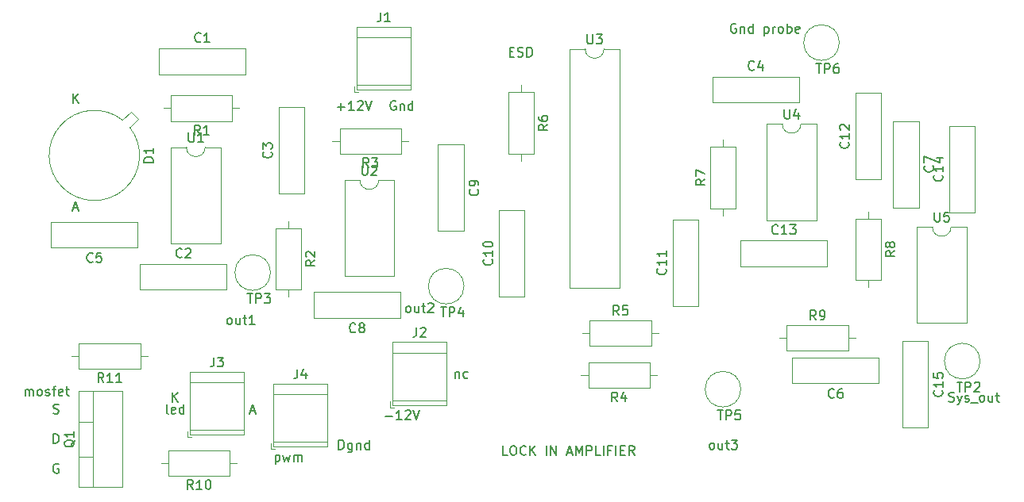
<source format=gto>
G04 #@! TF.GenerationSoftware,KiCad,Pcbnew,5.1.4-e60b266~84~ubuntu18.04.1*
G04 #@! TF.CreationDate,2019-10-24T10:42:12-04:00*
G04 #@! TF.ProjectId,finalForLayout,66696e61-6c46-46f7-924c-61796f75742e,rev?*
G04 #@! TF.SameCoordinates,Original*
G04 #@! TF.FileFunction,Legend,Top*
G04 #@! TF.FilePolarity,Positive*
%FSLAX46Y46*%
G04 Gerber Fmt 4.6, Leading zero omitted, Abs format (unit mm)*
G04 Created by KiCad (PCBNEW 5.1.4-e60b266~84~ubuntu18.04.1) date 2019-10-24 10:42:12*
%MOMM*%
%LPD*%
G04 APERTURE LIST*
%ADD10C,0.150000*%
%ADD11C,0.120000*%
G04 APERTURE END LIST*
D10*
X146764523Y-58983571D02*
X147097857Y-58983571D01*
X147240714Y-59507380D02*
X146764523Y-59507380D01*
X146764523Y-58507380D01*
X147240714Y-58507380D01*
X147621666Y-59459761D02*
X147764523Y-59507380D01*
X148002619Y-59507380D01*
X148097857Y-59459761D01*
X148145476Y-59412142D01*
X148193095Y-59316904D01*
X148193095Y-59221666D01*
X148145476Y-59126428D01*
X148097857Y-59078809D01*
X148002619Y-59031190D01*
X147812142Y-58983571D01*
X147716904Y-58935952D01*
X147669285Y-58888333D01*
X147621666Y-58793095D01*
X147621666Y-58697857D01*
X147669285Y-58602619D01*
X147716904Y-58555000D01*
X147812142Y-58507380D01*
X148050238Y-58507380D01*
X148193095Y-58555000D01*
X148621666Y-59507380D02*
X148621666Y-58507380D01*
X148859761Y-58507380D01*
X149002619Y-58555000D01*
X149097857Y-58650238D01*
X149145476Y-58745476D01*
X149193095Y-58935952D01*
X149193095Y-59078809D01*
X149145476Y-59269285D01*
X149097857Y-59364523D01*
X149002619Y-59459761D01*
X148859761Y-59507380D01*
X148621666Y-59507380D01*
X146535000Y-102052380D02*
X146058809Y-102052380D01*
X146058809Y-101052380D01*
X147058809Y-101052380D02*
X147249285Y-101052380D01*
X147344523Y-101100000D01*
X147439761Y-101195238D01*
X147487380Y-101385714D01*
X147487380Y-101719047D01*
X147439761Y-101909523D01*
X147344523Y-102004761D01*
X147249285Y-102052380D01*
X147058809Y-102052380D01*
X146963571Y-102004761D01*
X146868333Y-101909523D01*
X146820714Y-101719047D01*
X146820714Y-101385714D01*
X146868333Y-101195238D01*
X146963571Y-101100000D01*
X147058809Y-101052380D01*
X148487380Y-101957142D02*
X148439761Y-102004761D01*
X148296904Y-102052380D01*
X148201666Y-102052380D01*
X148058809Y-102004761D01*
X147963571Y-101909523D01*
X147915952Y-101814285D01*
X147868333Y-101623809D01*
X147868333Y-101480952D01*
X147915952Y-101290476D01*
X147963571Y-101195238D01*
X148058809Y-101100000D01*
X148201666Y-101052380D01*
X148296904Y-101052380D01*
X148439761Y-101100000D01*
X148487380Y-101147619D01*
X148915952Y-102052380D02*
X148915952Y-101052380D01*
X149487380Y-102052380D02*
X149058809Y-101480952D01*
X149487380Y-101052380D02*
X148915952Y-101623809D01*
X150677857Y-102052380D02*
X150677857Y-101052380D01*
X151154047Y-102052380D02*
X151154047Y-101052380D01*
X151725476Y-102052380D01*
X151725476Y-101052380D01*
X152915952Y-101766666D02*
X153392142Y-101766666D01*
X152820714Y-102052380D02*
X153154047Y-101052380D01*
X153487380Y-102052380D01*
X153820714Y-102052380D02*
X153820714Y-101052380D01*
X154154047Y-101766666D01*
X154487380Y-101052380D01*
X154487380Y-102052380D01*
X154963571Y-102052380D02*
X154963571Y-101052380D01*
X155344523Y-101052380D01*
X155439761Y-101100000D01*
X155487380Y-101147619D01*
X155535000Y-101242857D01*
X155535000Y-101385714D01*
X155487380Y-101480952D01*
X155439761Y-101528571D01*
X155344523Y-101576190D01*
X154963571Y-101576190D01*
X156439761Y-102052380D02*
X155963571Y-102052380D01*
X155963571Y-101052380D01*
X156773095Y-102052380D02*
X156773095Y-101052380D01*
X157582619Y-101528571D02*
X157249285Y-101528571D01*
X157249285Y-102052380D02*
X157249285Y-101052380D01*
X157725476Y-101052380D01*
X158106428Y-102052380D02*
X158106428Y-101052380D01*
X158582619Y-101528571D02*
X158915952Y-101528571D01*
X159058809Y-102052380D02*
X158582619Y-102052380D01*
X158582619Y-101052380D01*
X159058809Y-101052380D01*
X160058809Y-102052380D02*
X159725476Y-101576190D01*
X159487380Y-102052380D02*
X159487380Y-101052380D01*
X159868333Y-101052380D01*
X159963571Y-101100000D01*
X160011190Y-101147619D01*
X160058809Y-101242857D01*
X160058809Y-101385714D01*
X160011190Y-101480952D01*
X159963571Y-101528571D01*
X159868333Y-101576190D01*
X159487380Y-101576190D01*
X193572142Y-96289761D02*
X193715000Y-96337380D01*
X193953095Y-96337380D01*
X194048333Y-96289761D01*
X194095952Y-96242142D01*
X194143571Y-96146904D01*
X194143571Y-96051666D01*
X194095952Y-95956428D01*
X194048333Y-95908809D01*
X193953095Y-95861190D01*
X193762619Y-95813571D01*
X193667380Y-95765952D01*
X193619761Y-95718333D01*
X193572142Y-95623095D01*
X193572142Y-95527857D01*
X193619761Y-95432619D01*
X193667380Y-95385000D01*
X193762619Y-95337380D01*
X194000714Y-95337380D01*
X194143571Y-95385000D01*
X194476904Y-95670714D02*
X194715000Y-96337380D01*
X194953095Y-95670714D02*
X194715000Y-96337380D01*
X194619761Y-96575476D01*
X194572142Y-96623095D01*
X194476904Y-96670714D01*
X195286428Y-96289761D02*
X195381666Y-96337380D01*
X195572142Y-96337380D01*
X195667380Y-96289761D01*
X195715000Y-96194523D01*
X195715000Y-96146904D01*
X195667380Y-96051666D01*
X195572142Y-96004047D01*
X195429285Y-96004047D01*
X195334047Y-95956428D01*
X195286428Y-95861190D01*
X195286428Y-95813571D01*
X195334047Y-95718333D01*
X195429285Y-95670714D01*
X195572142Y-95670714D01*
X195667380Y-95718333D01*
X195905476Y-96432619D02*
X196667380Y-96432619D01*
X197048333Y-96337380D02*
X196953095Y-96289761D01*
X196905476Y-96242142D01*
X196857857Y-96146904D01*
X196857857Y-95861190D01*
X196905476Y-95765952D01*
X196953095Y-95718333D01*
X197048333Y-95670714D01*
X197191190Y-95670714D01*
X197286428Y-95718333D01*
X197334047Y-95765952D01*
X197381666Y-95861190D01*
X197381666Y-96146904D01*
X197334047Y-96242142D01*
X197286428Y-96289761D01*
X197191190Y-96337380D01*
X197048333Y-96337380D01*
X198238809Y-95670714D02*
X198238809Y-96337380D01*
X197810238Y-95670714D02*
X197810238Y-96194523D01*
X197857857Y-96289761D01*
X197953095Y-96337380D01*
X198095952Y-96337380D01*
X198191190Y-96289761D01*
X198238809Y-96242142D01*
X198572142Y-95670714D02*
X198953095Y-95670714D01*
X198715000Y-95337380D02*
X198715000Y-96194523D01*
X198762619Y-96289761D01*
X198857857Y-96337380D01*
X198953095Y-96337380D01*
X168259285Y-101417380D02*
X168164047Y-101369761D01*
X168116428Y-101322142D01*
X168068809Y-101226904D01*
X168068809Y-100941190D01*
X168116428Y-100845952D01*
X168164047Y-100798333D01*
X168259285Y-100750714D01*
X168402142Y-100750714D01*
X168497380Y-100798333D01*
X168545000Y-100845952D01*
X168592619Y-100941190D01*
X168592619Y-101226904D01*
X168545000Y-101322142D01*
X168497380Y-101369761D01*
X168402142Y-101417380D01*
X168259285Y-101417380D01*
X169449761Y-100750714D02*
X169449761Y-101417380D01*
X169021190Y-100750714D02*
X169021190Y-101274523D01*
X169068809Y-101369761D01*
X169164047Y-101417380D01*
X169306904Y-101417380D01*
X169402142Y-101369761D01*
X169449761Y-101322142D01*
X169783095Y-100750714D02*
X170164047Y-100750714D01*
X169925952Y-100417380D02*
X169925952Y-101274523D01*
X169973571Y-101369761D01*
X170068809Y-101417380D01*
X170164047Y-101417380D01*
X170402142Y-100417380D02*
X171021190Y-100417380D01*
X170687857Y-100798333D01*
X170830714Y-100798333D01*
X170925952Y-100845952D01*
X170973571Y-100893571D01*
X171021190Y-100988809D01*
X171021190Y-101226904D01*
X170973571Y-101322142D01*
X170925952Y-101369761D01*
X170830714Y-101417380D01*
X170545000Y-101417380D01*
X170449761Y-101369761D01*
X170402142Y-101322142D01*
X135874285Y-86812380D02*
X135779047Y-86764761D01*
X135731428Y-86717142D01*
X135683809Y-86621904D01*
X135683809Y-86336190D01*
X135731428Y-86240952D01*
X135779047Y-86193333D01*
X135874285Y-86145714D01*
X136017142Y-86145714D01*
X136112380Y-86193333D01*
X136160000Y-86240952D01*
X136207619Y-86336190D01*
X136207619Y-86621904D01*
X136160000Y-86717142D01*
X136112380Y-86764761D01*
X136017142Y-86812380D01*
X135874285Y-86812380D01*
X137064761Y-86145714D02*
X137064761Y-86812380D01*
X136636190Y-86145714D02*
X136636190Y-86669523D01*
X136683809Y-86764761D01*
X136779047Y-86812380D01*
X136921904Y-86812380D01*
X137017142Y-86764761D01*
X137064761Y-86717142D01*
X137398095Y-86145714D02*
X137779047Y-86145714D01*
X137540952Y-85812380D02*
X137540952Y-86669523D01*
X137588571Y-86764761D01*
X137683809Y-86812380D01*
X137779047Y-86812380D01*
X138064761Y-85907619D02*
X138112380Y-85860000D01*
X138207619Y-85812380D01*
X138445714Y-85812380D01*
X138540952Y-85860000D01*
X138588571Y-85907619D01*
X138636190Y-86002857D01*
X138636190Y-86098095D01*
X138588571Y-86240952D01*
X138017142Y-86812380D01*
X138636190Y-86812380D01*
X116824285Y-88082380D02*
X116729047Y-88034761D01*
X116681428Y-87987142D01*
X116633809Y-87891904D01*
X116633809Y-87606190D01*
X116681428Y-87510952D01*
X116729047Y-87463333D01*
X116824285Y-87415714D01*
X116967142Y-87415714D01*
X117062380Y-87463333D01*
X117110000Y-87510952D01*
X117157619Y-87606190D01*
X117157619Y-87891904D01*
X117110000Y-87987142D01*
X117062380Y-88034761D01*
X116967142Y-88082380D01*
X116824285Y-88082380D01*
X118014761Y-87415714D02*
X118014761Y-88082380D01*
X117586190Y-87415714D02*
X117586190Y-87939523D01*
X117633809Y-88034761D01*
X117729047Y-88082380D01*
X117871904Y-88082380D01*
X117967142Y-88034761D01*
X118014761Y-87987142D01*
X118348095Y-87415714D02*
X118729047Y-87415714D01*
X118490952Y-87082380D02*
X118490952Y-87939523D01*
X118538571Y-88034761D01*
X118633809Y-88082380D01*
X118729047Y-88082380D01*
X119586190Y-88082380D02*
X119014761Y-88082380D01*
X119300476Y-88082380D02*
X119300476Y-87082380D01*
X119205238Y-87225238D01*
X119110000Y-87320476D01*
X119014761Y-87368095D01*
X133493095Y-97861428D02*
X134255000Y-97861428D01*
X135255000Y-98242380D02*
X134683571Y-98242380D01*
X134969285Y-98242380D02*
X134969285Y-97242380D01*
X134874047Y-97385238D01*
X134778809Y-97480476D01*
X134683571Y-97528095D01*
X135635952Y-97337619D02*
X135683571Y-97290000D01*
X135778809Y-97242380D01*
X136016904Y-97242380D01*
X136112142Y-97290000D01*
X136159761Y-97337619D01*
X136207380Y-97432857D01*
X136207380Y-97528095D01*
X136159761Y-97670952D01*
X135588333Y-98242380D01*
X136207380Y-98242380D01*
X136493095Y-97242380D02*
X136826428Y-98242380D01*
X137159761Y-97242380D01*
X140962142Y-93130714D02*
X140962142Y-93797380D01*
X140962142Y-93225952D02*
X141009761Y-93178333D01*
X141105000Y-93130714D01*
X141247857Y-93130714D01*
X141343095Y-93178333D01*
X141390714Y-93273571D01*
X141390714Y-93797380D01*
X142295476Y-93749761D02*
X142200238Y-93797380D01*
X142009761Y-93797380D01*
X141914523Y-93749761D01*
X141866904Y-93702142D01*
X141819285Y-93606904D01*
X141819285Y-93321190D01*
X141866904Y-93225952D01*
X141914523Y-93178333D01*
X142009761Y-93130714D01*
X142200238Y-93130714D01*
X142295476Y-93178333D01*
X98139285Y-97559761D02*
X98282142Y-97607380D01*
X98520238Y-97607380D01*
X98615476Y-97559761D01*
X98663095Y-97512142D01*
X98710714Y-97416904D01*
X98710714Y-97321666D01*
X98663095Y-97226428D01*
X98615476Y-97178809D01*
X98520238Y-97131190D01*
X98329761Y-97083571D01*
X98234523Y-97035952D01*
X98186904Y-96988333D01*
X98139285Y-96893095D01*
X98139285Y-96797857D01*
X98186904Y-96702619D01*
X98234523Y-96655000D01*
X98329761Y-96607380D01*
X98567857Y-96607380D01*
X98710714Y-96655000D01*
X98163095Y-100782380D02*
X98163095Y-99782380D01*
X98401190Y-99782380D01*
X98544047Y-99830000D01*
X98639285Y-99925238D01*
X98686904Y-100020476D01*
X98734523Y-100210952D01*
X98734523Y-100353809D01*
X98686904Y-100544285D01*
X98639285Y-100639523D01*
X98544047Y-100734761D01*
X98401190Y-100782380D01*
X98163095Y-100782380D01*
X98686904Y-103005000D02*
X98591666Y-102957380D01*
X98448809Y-102957380D01*
X98305952Y-103005000D01*
X98210714Y-103100238D01*
X98163095Y-103195476D01*
X98115476Y-103385952D01*
X98115476Y-103528809D01*
X98163095Y-103719285D01*
X98210714Y-103814523D01*
X98305952Y-103909761D01*
X98448809Y-103957380D01*
X98544047Y-103957380D01*
X98686904Y-103909761D01*
X98734523Y-103862142D01*
X98734523Y-103528809D01*
X98544047Y-103528809D01*
X95123333Y-95702380D02*
X95123333Y-95035714D01*
X95123333Y-95130952D02*
X95170952Y-95083333D01*
X95266190Y-95035714D01*
X95409047Y-95035714D01*
X95504285Y-95083333D01*
X95551904Y-95178571D01*
X95551904Y-95702380D01*
X95551904Y-95178571D02*
X95599523Y-95083333D01*
X95694761Y-95035714D01*
X95837619Y-95035714D01*
X95932857Y-95083333D01*
X95980476Y-95178571D01*
X95980476Y-95702380D01*
X96599523Y-95702380D02*
X96504285Y-95654761D01*
X96456666Y-95607142D01*
X96409047Y-95511904D01*
X96409047Y-95226190D01*
X96456666Y-95130952D01*
X96504285Y-95083333D01*
X96599523Y-95035714D01*
X96742380Y-95035714D01*
X96837619Y-95083333D01*
X96885238Y-95130952D01*
X96932857Y-95226190D01*
X96932857Y-95511904D01*
X96885238Y-95607142D01*
X96837619Y-95654761D01*
X96742380Y-95702380D01*
X96599523Y-95702380D01*
X97313809Y-95654761D02*
X97409047Y-95702380D01*
X97599523Y-95702380D01*
X97694761Y-95654761D01*
X97742380Y-95559523D01*
X97742380Y-95511904D01*
X97694761Y-95416666D01*
X97599523Y-95369047D01*
X97456666Y-95369047D01*
X97361428Y-95321428D01*
X97313809Y-95226190D01*
X97313809Y-95178571D01*
X97361428Y-95083333D01*
X97456666Y-95035714D01*
X97599523Y-95035714D01*
X97694761Y-95083333D01*
X98028095Y-95035714D02*
X98409047Y-95035714D01*
X98170952Y-95702380D02*
X98170952Y-94845238D01*
X98218571Y-94750000D01*
X98313809Y-94702380D01*
X98409047Y-94702380D01*
X99123333Y-95654761D02*
X99028095Y-95702380D01*
X98837619Y-95702380D01*
X98742380Y-95654761D01*
X98694761Y-95559523D01*
X98694761Y-95178571D01*
X98742380Y-95083333D01*
X98837619Y-95035714D01*
X99028095Y-95035714D01*
X99123333Y-95083333D01*
X99170952Y-95178571D01*
X99170952Y-95273809D01*
X98694761Y-95369047D01*
X99456666Y-95035714D02*
X99837619Y-95035714D01*
X99599523Y-94702380D02*
X99599523Y-95559523D01*
X99647142Y-95654761D01*
X99742380Y-95702380D01*
X99837619Y-95702380D01*
X128555952Y-101417380D02*
X128555952Y-100417380D01*
X128794047Y-100417380D01*
X128936904Y-100465000D01*
X129032142Y-100560238D01*
X129079761Y-100655476D01*
X129127380Y-100845952D01*
X129127380Y-100988809D01*
X129079761Y-101179285D01*
X129032142Y-101274523D01*
X128936904Y-101369761D01*
X128794047Y-101417380D01*
X128555952Y-101417380D01*
X129984523Y-100750714D02*
X129984523Y-101560238D01*
X129936904Y-101655476D01*
X129889285Y-101703095D01*
X129794047Y-101750714D01*
X129651190Y-101750714D01*
X129555952Y-101703095D01*
X129984523Y-101369761D02*
X129889285Y-101417380D01*
X129698809Y-101417380D01*
X129603571Y-101369761D01*
X129555952Y-101322142D01*
X129508333Y-101226904D01*
X129508333Y-100941190D01*
X129555952Y-100845952D01*
X129603571Y-100798333D01*
X129698809Y-100750714D01*
X129889285Y-100750714D01*
X129984523Y-100798333D01*
X130460714Y-100750714D02*
X130460714Y-101417380D01*
X130460714Y-100845952D02*
X130508333Y-100798333D01*
X130603571Y-100750714D01*
X130746428Y-100750714D01*
X130841666Y-100798333D01*
X130889285Y-100893571D01*
X130889285Y-101417380D01*
X131794047Y-101417380D02*
X131794047Y-100417380D01*
X131794047Y-101369761D02*
X131698809Y-101417380D01*
X131508333Y-101417380D01*
X131413095Y-101369761D01*
X131365476Y-101322142D01*
X131317857Y-101226904D01*
X131317857Y-100941190D01*
X131365476Y-100845952D01*
X131413095Y-100798333D01*
X131508333Y-100750714D01*
X131698809Y-100750714D01*
X131794047Y-100798333D01*
X121785238Y-102020714D02*
X121785238Y-103020714D01*
X121785238Y-102068333D02*
X121880476Y-102020714D01*
X122070952Y-102020714D01*
X122166190Y-102068333D01*
X122213809Y-102115952D01*
X122261428Y-102211190D01*
X122261428Y-102496904D01*
X122213809Y-102592142D01*
X122166190Y-102639761D01*
X122070952Y-102687380D01*
X121880476Y-102687380D01*
X121785238Y-102639761D01*
X122594761Y-102020714D02*
X122785238Y-102687380D01*
X122975714Y-102211190D01*
X123166190Y-102687380D01*
X123356666Y-102020714D01*
X123737619Y-102687380D02*
X123737619Y-102020714D01*
X123737619Y-102115952D02*
X123785238Y-102068333D01*
X123880476Y-102020714D01*
X124023333Y-102020714D01*
X124118571Y-102068333D01*
X124166190Y-102163571D01*
X124166190Y-102687380D01*
X124166190Y-102163571D02*
X124213809Y-102068333D01*
X124309047Y-102020714D01*
X124451904Y-102020714D01*
X124547142Y-102068333D01*
X124594761Y-102163571D01*
X124594761Y-102687380D01*
X110863095Y-96337380D02*
X110863095Y-95337380D01*
X111434523Y-96337380D02*
X111005952Y-95765952D01*
X111434523Y-95337380D02*
X110863095Y-95908809D01*
X119141904Y-97321666D02*
X119618095Y-97321666D01*
X119046666Y-97607380D02*
X119380000Y-96607380D01*
X119713333Y-97607380D01*
X110363095Y-97607380D02*
X110267857Y-97559761D01*
X110220238Y-97464523D01*
X110220238Y-96607380D01*
X111125000Y-97559761D02*
X111029761Y-97607380D01*
X110839285Y-97607380D01*
X110744047Y-97559761D01*
X110696428Y-97464523D01*
X110696428Y-97083571D01*
X110744047Y-96988333D01*
X110839285Y-96940714D01*
X111029761Y-96940714D01*
X111125000Y-96988333D01*
X111172619Y-97083571D01*
X111172619Y-97178809D01*
X110696428Y-97274047D01*
X112029761Y-97607380D02*
X112029761Y-96607380D01*
X112029761Y-97559761D02*
X111934523Y-97607380D01*
X111744047Y-97607380D01*
X111648809Y-97559761D01*
X111601190Y-97512142D01*
X111553571Y-97416904D01*
X111553571Y-97131190D01*
X111601190Y-97035952D01*
X111648809Y-96988333D01*
X111744047Y-96940714D01*
X111934523Y-96940714D01*
X112029761Y-96988333D01*
X134612142Y-64270000D02*
X134516904Y-64222380D01*
X134374047Y-64222380D01*
X134231190Y-64270000D01*
X134135952Y-64365238D01*
X134088333Y-64460476D01*
X134040714Y-64650952D01*
X134040714Y-64793809D01*
X134088333Y-64984285D01*
X134135952Y-65079523D01*
X134231190Y-65174761D01*
X134374047Y-65222380D01*
X134469285Y-65222380D01*
X134612142Y-65174761D01*
X134659761Y-65127142D01*
X134659761Y-64793809D01*
X134469285Y-64793809D01*
X135088333Y-64555714D02*
X135088333Y-65222380D01*
X135088333Y-64650952D02*
X135135952Y-64603333D01*
X135231190Y-64555714D01*
X135374047Y-64555714D01*
X135469285Y-64603333D01*
X135516904Y-64698571D01*
X135516904Y-65222380D01*
X136421666Y-65222380D02*
X136421666Y-64222380D01*
X136421666Y-65174761D02*
X136326428Y-65222380D01*
X136135952Y-65222380D01*
X136040714Y-65174761D01*
X135993095Y-65127142D01*
X135945476Y-65031904D01*
X135945476Y-64746190D01*
X135993095Y-64650952D01*
X136040714Y-64603333D01*
X136135952Y-64555714D01*
X136326428Y-64555714D01*
X136421666Y-64603333D01*
X128413095Y-64841428D02*
X129175000Y-64841428D01*
X128794047Y-65222380D02*
X128794047Y-64460476D01*
X130175000Y-65222380D02*
X129603571Y-65222380D01*
X129889285Y-65222380D02*
X129889285Y-64222380D01*
X129794047Y-64365238D01*
X129698809Y-64460476D01*
X129603571Y-64508095D01*
X130555952Y-64317619D02*
X130603571Y-64270000D01*
X130698809Y-64222380D01*
X130936904Y-64222380D01*
X131032142Y-64270000D01*
X131079761Y-64317619D01*
X131127380Y-64412857D01*
X131127380Y-64508095D01*
X131079761Y-64650952D01*
X130508333Y-65222380D01*
X131127380Y-65222380D01*
X131413095Y-64222380D02*
X131746428Y-65222380D01*
X132079761Y-64222380D01*
X170870952Y-56015000D02*
X170775714Y-55967380D01*
X170632857Y-55967380D01*
X170490000Y-56015000D01*
X170394761Y-56110238D01*
X170347142Y-56205476D01*
X170299523Y-56395952D01*
X170299523Y-56538809D01*
X170347142Y-56729285D01*
X170394761Y-56824523D01*
X170490000Y-56919761D01*
X170632857Y-56967380D01*
X170728095Y-56967380D01*
X170870952Y-56919761D01*
X170918571Y-56872142D01*
X170918571Y-56538809D01*
X170728095Y-56538809D01*
X171347142Y-56300714D02*
X171347142Y-56967380D01*
X171347142Y-56395952D02*
X171394761Y-56348333D01*
X171490000Y-56300714D01*
X171632857Y-56300714D01*
X171728095Y-56348333D01*
X171775714Y-56443571D01*
X171775714Y-56967380D01*
X172680476Y-56967380D02*
X172680476Y-55967380D01*
X172680476Y-56919761D02*
X172585238Y-56967380D01*
X172394761Y-56967380D01*
X172299523Y-56919761D01*
X172251904Y-56872142D01*
X172204285Y-56776904D01*
X172204285Y-56491190D01*
X172251904Y-56395952D01*
X172299523Y-56348333D01*
X172394761Y-56300714D01*
X172585238Y-56300714D01*
X172680476Y-56348333D01*
X173918571Y-56300714D02*
X173918571Y-57300714D01*
X173918571Y-56348333D02*
X174013809Y-56300714D01*
X174204285Y-56300714D01*
X174299523Y-56348333D01*
X174347142Y-56395952D01*
X174394761Y-56491190D01*
X174394761Y-56776904D01*
X174347142Y-56872142D01*
X174299523Y-56919761D01*
X174204285Y-56967380D01*
X174013809Y-56967380D01*
X173918571Y-56919761D01*
X174823333Y-56967380D02*
X174823333Y-56300714D01*
X174823333Y-56491190D02*
X174870952Y-56395952D01*
X174918571Y-56348333D01*
X175013809Y-56300714D01*
X175109047Y-56300714D01*
X175585238Y-56967380D02*
X175490000Y-56919761D01*
X175442380Y-56872142D01*
X175394761Y-56776904D01*
X175394761Y-56491190D01*
X175442380Y-56395952D01*
X175490000Y-56348333D01*
X175585238Y-56300714D01*
X175728095Y-56300714D01*
X175823333Y-56348333D01*
X175870952Y-56395952D01*
X175918571Y-56491190D01*
X175918571Y-56776904D01*
X175870952Y-56872142D01*
X175823333Y-56919761D01*
X175728095Y-56967380D01*
X175585238Y-56967380D01*
X176347142Y-56967380D02*
X176347142Y-55967380D01*
X176347142Y-56348333D02*
X176442380Y-56300714D01*
X176632857Y-56300714D01*
X176728095Y-56348333D01*
X176775714Y-56395952D01*
X176823333Y-56491190D01*
X176823333Y-56776904D01*
X176775714Y-56872142D01*
X176728095Y-56919761D01*
X176632857Y-56967380D01*
X176442380Y-56967380D01*
X176347142Y-56919761D01*
X177632857Y-56919761D02*
X177537619Y-56967380D01*
X177347142Y-56967380D01*
X177251904Y-56919761D01*
X177204285Y-56824523D01*
X177204285Y-56443571D01*
X177251904Y-56348333D01*
X177347142Y-56300714D01*
X177537619Y-56300714D01*
X177632857Y-56348333D01*
X177680476Y-56443571D01*
X177680476Y-56538809D01*
X177204285Y-56634047D01*
X100238095Y-64452380D02*
X100238095Y-63452380D01*
X100809523Y-64452380D02*
X100380952Y-63880952D01*
X100809523Y-63452380D02*
X100238095Y-64023809D01*
X100261904Y-75666666D02*
X100738095Y-75666666D01*
X100166666Y-75952380D02*
X100500000Y-74952380D01*
X100833333Y-75952380D01*
D11*
X132810000Y-72670000D02*
G75*
G02X130810000Y-72670000I-1000000J0D01*
G01*
X130810000Y-72670000D02*
X129160000Y-72670000D01*
X129160000Y-72670000D02*
X129160000Y-82950000D01*
X129160000Y-82950000D02*
X134460000Y-82950000D01*
X134460000Y-82950000D02*
X134460000Y-72670000D01*
X134460000Y-72670000D02*
X132810000Y-72670000D01*
X124560000Y-77810000D02*
X121820000Y-77810000D01*
X121820000Y-77810000D02*
X121820000Y-84350000D01*
X121820000Y-84350000D02*
X124560000Y-84350000D01*
X124560000Y-84350000D02*
X124560000Y-77810000D01*
X123190000Y-77040000D02*
X123190000Y-77810000D01*
X123190000Y-85120000D02*
X123190000Y-84350000D01*
X135190000Y-69870000D02*
X135190000Y-67130000D01*
X135190000Y-67130000D02*
X128650000Y-67130000D01*
X128650000Y-67130000D02*
X128650000Y-69870000D01*
X128650000Y-69870000D02*
X135190000Y-69870000D01*
X135960000Y-68500000D02*
X135190000Y-68500000D01*
X127880000Y-68500000D02*
X128650000Y-68500000D01*
X161690000Y-94870000D02*
X161690000Y-92130000D01*
X161690000Y-92130000D02*
X155150000Y-92130000D01*
X155150000Y-92130000D02*
X155150000Y-94870000D01*
X155150000Y-94870000D02*
X161690000Y-94870000D01*
X162460000Y-93500000D02*
X161690000Y-93500000D01*
X154380000Y-93500000D02*
X155150000Y-93500000D01*
X162620000Y-89000000D02*
X161850000Y-89000000D01*
X154540000Y-89000000D02*
X155310000Y-89000000D01*
X161850000Y-87630000D02*
X155310000Y-87630000D01*
X161850000Y-90370000D02*
X161850000Y-87630000D01*
X155310000Y-90370000D02*
X161850000Y-90370000D01*
X155310000Y-87630000D02*
X155310000Y-90370000D01*
X148000000Y-70620000D02*
X148000000Y-69850000D01*
X148000000Y-62540000D02*
X148000000Y-63310000D01*
X149370000Y-69850000D02*
X149370000Y-63310000D01*
X146630000Y-69850000D02*
X149370000Y-69850000D01*
X146630000Y-63310000D02*
X146630000Y-69850000D01*
X149370000Y-63310000D02*
X146630000Y-63310000D01*
X168130000Y-75690000D02*
X170870000Y-75690000D01*
X170870000Y-75690000D02*
X170870000Y-69150000D01*
X170870000Y-69150000D02*
X168130000Y-69150000D01*
X168130000Y-69150000D02*
X168130000Y-75690000D01*
X169500000Y-76460000D02*
X169500000Y-75690000D01*
X169500000Y-68380000D02*
X169500000Y-69150000D01*
X185000000Y-84120000D02*
X185000000Y-83350000D01*
X185000000Y-76040000D02*
X185000000Y-76810000D01*
X186370000Y-83350000D02*
X186370000Y-76810000D01*
X183630000Y-83350000D02*
X186370000Y-83350000D01*
X183630000Y-76810000D02*
X183630000Y-83350000D01*
X186370000Y-76810000D02*
X183630000Y-76810000D01*
X176310000Y-88130000D02*
X176310000Y-90870000D01*
X176310000Y-90870000D02*
X182850000Y-90870000D01*
X182850000Y-90870000D02*
X182850000Y-88130000D01*
X182850000Y-88130000D02*
X176310000Y-88130000D01*
X175540000Y-89500000D02*
X176310000Y-89500000D01*
X183620000Y-89500000D02*
X182850000Y-89500000D01*
X196900000Y-92000000D02*
G75*
G03X196900000Y-92000000I-1900000J0D01*
G01*
X141900000Y-84000000D02*
G75*
G03X141900000Y-84000000I-1900000J0D01*
G01*
X171400000Y-95000000D02*
G75*
G03X171400000Y-95000000I-1900000J0D01*
G01*
X156810000Y-58670000D02*
G75*
G02X154810000Y-58670000I-1000000J0D01*
G01*
X154810000Y-58670000D02*
X153160000Y-58670000D01*
X153160000Y-58670000D02*
X153160000Y-84190000D01*
X153160000Y-84190000D02*
X158460000Y-84190000D01*
X158460000Y-84190000D02*
X158460000Y-58670000D01*
X158460000Y-58670000D02*
X156810000Y-58670000D01*
X179460000Y-66670000D02*
X177810000Y-66670000D01*
X179460000Y-76950000D02*
X179460000Y-66670000D01*
X174160000Y-76950000D02*
X179460000Y-76950000D01*
X174160000Y-66670000D02*
X174160000Y-76950000D01*
X175810000Y-66670000D02*
X174160000Y-66670000D01*
X177810000Y-66670000D02*
G75*
G02X175810000Y-66670000I-1000000J0D01*
G01*
X195460000Y-77670000D02*
X193810000Y-77670000D01*
X195460000Y-87950000D02*
X195460000Y-77670000D01*
X190160000Y-87950000D02*
X195460000Y-87950000D01*
X190160000Y-77670000D02*
X190160000Y-87950000D01*
X191810000Y-77670000D02*
X190160000Y-77670000D01*
X193810000Y-77670000D02*
G75*
G02X191810000Y-77670000I-1000000J0D01*
G01*
X181900000Y-58000000D02*
G75*
G03X181900000Y-58000000I-1900000J0D01*
G01*
X116620000Y-81630000D02*
X116620000Y-84370000D01*
X107380000Y-81630000D02*
X107380000Y-84370000D01*
X107380000Y-84370000D02*
X116620000Y-84370000D01*
X107380000Y-81630000D02*
X116620000Y-81630000D01*
X177620000Y-61630000D02*
X177620000Y-64370000D01*
X168380000Y-61630000D02*
X168380000Y-64370000D01*
X168380000Y-64370000D02*
X177620000Y-64370000D01*
X168380000Y-61630000D02*
X177620000Y-61630000D01*
X176880000Y-94370000D02*
X176880000Y-91630000D01*
X186120000Y-94370000D02*
X186120000Y-91630000D01*
X186120000Y-91630000D02*
X176880000Y-91630000D01*
X186120000Y-94370000D02*
X176880000Y-94370000D01*
X190370000Y-66380000D02*
X190370000Y-75620000D01*
X187630000Y-66380000D02*
X187630000Y-75620000D01*
X190370000Y-66380000D02*
X187630000Y-66380000D01*
X190370000Y-75620000D02*
X187630000Y-75620000D01*
X135120000Y-87370000D02*
X125880000Y-87370000D01*
X135120000Y-84630000D02*
X125880000Y-84630000D01*
X135120000Y-87370000D02*
X135120000Y-84630000D01*
X125880000Y-87370000D02*
X125880000Y-84630000D01*
X141870000Y-78120000D02*
X139130000Y-78120000D01*
X141870000Y-68880000D02*
X139130000Y-68880000D01*
X139130000Y-68880000D02*
X139130000Y-78120000D01*
X141870000Y-68880000D02*
X141870000Y-78120000D01*
X145630000Y-75880000D02*
X148370000Y-75880000D01*
X145630000Y-85120000D02*
X148370000Y-85120000D01*
X148370000Y-85120000D02*
X148370000Y-75880000D01*
X145630000Y-85120000D02*
X145630000Y-75880000D01*
X164130000Y-86120000D02*
X164130000Y-76880000D01*
X166870000Y-86120000D02*
X166870000Y-76880000D01*
X164130000Y-86120000D02*
X166870000Y-86120000D01*
X164130000Y-76880000D02*
X166870000Y-76880000D01*
X183630000Y-72620000D02*
X183630000Y-63380000D01*
X186370000Y-72620000D02*
X186370000Y-63380000D01*
X183630000Y-72620000D02*
X186370000Y-72620000D01*
X183630000Y-63380000D02*
X186370000Y-63380000D01*
X180620000Y-79130000D02*
X180620000Y-81870000D01*
X171380000Y-79130000D02*
X171380000Y-81870000D01*
X171380000Y-81870000D02*
X180620000Y-81870000D01*
X171380000Y-79130000D02*
X180620000Y-79130000D01*
X193630000Y-76120000D02*
X193630000Y-66880000D01*
X196370000Y-76120000D02*
X196370000Y-66880000D01*
X193630000Y-76120000D02*
X196370000Y-76120000D01*
X193630000Y-66880000D02*
X196370000Y-66880000D01*
X191370000Y-89880000D02*
X191370000Y-99120000D01*
X188630000Y-89880000D02*
X188630000Y-99120000D01*
X191370000Y-89880000D02*
X188630000Y-89880000D01*
X191370000Y-99120000D02*
X188630000Y-99120000D01*
X109380000Y-58630000D02*
X118620000Y-58630000D01*
X109380000Y-61370000D02*
X118620000Y-61370000D01*
X109380000Y-58630000D02*
X109380000Y-61370000D01*
X118620000Y-58630000D02*
X118620000Y-61370000D01*
X122130000Y-74120000D02*
X122130000Y-64880000D01*
X124870000Y-74120000D02*
X124870000Y-64880000D01*
X122130000Y-74120000D02*
X124870000Y-74120000D01*
X122130000Y-64880000D02*
X124870000Y-64880000D01*
X97880000Y-79870000D02*
X97880000Y-77130000D01*
X107120000Y-79870000D02*
X107120000Y-77130000D01*
X107120000Y-77130000D02*
X97880000Y-77130000D01*
X107120000Y-79870000D02*
X97880000Y-79870000D01*
X106274902Y-67042916D02*
X107165856Y-66151961D01*
X107165856Y-66151961D02*
X106388039Y-65374144D01*
X106388039Y-65374144D02*
X105497084Y-66265098D01*
X105497371Y-66265326D02*
G75*
G03X106274902Y-67042916I-2997371J-3774674D01*
G01*
X117190000Y-66370000D02*
X117190000Y-63630000D01*
X117190000Y-63630000D02*
X110650000Y-63630000D01*
X110650000Y-63630000D02*
X110650000Y-66370000D01*
X110650000Y-66370000D02*
X117190000Y-66370000D01*
X117960000Y-65000000D02*
X117190000Y-65000000D01*
X109880000Y-65000000D02*
X110650000Y-65000000D01*
X114310000Y-69170000D02*
G75*
G02X112310000Y-69170000I-1000000J0D01*
G01*
X112310000Y-69170000D02*
X110660000Y-69170000D01*
X110660000Y-69170000D02*
X110660000Y-79450000D01*
X110660000Y-79450000D02*
X115960000Y-79450000D01*
X115960000Y-79450000D02*
X115960000Y-69170000D01*
X115960000Y-69170000D02*
X114310000Y-69170000D01*
X121280000Y-82550000D02*
G75*
G03X121280000Y-82550000I-1900000J0D01*
G01*
X100870000Y-105450000D02*
X100870000Y-95210000D01*
X105511000Y-105450000D02*
X105511000Y-95210000D01*
X100870000Y-105450000D02*
X105511000Y-105450000D01*
X100870000Y-95210000D02*
X105511000Y-95210000D01*
X102380000Y-105450000D02*
X102380000Y-95210000D01*
X100870000Y-102180000D02*
X102380000Y-102180000D01*
X100870000Y-98479000D02*
X102380000Y-98479000D01*
X116935000Y-104240000D02*
X116935000Y-101500000D01*
X116935000Y-101500000D02*
X110395000Y-101500000D01*
X110395000Y-101500000D02*
X110395000Y-104240000D01*
X110395000Y-104240000D02*
X116935000Y-104240000D01*
X117705000Y-102870000D02*
X116935000Y-102870000D01*
X109625000Y-102870000D02*
X110395000Y-102870000D01*
X100100000Y-91440000D02*
X100870000Y-91440000D01*
X108180000Y-91440000D02*
X107410000Y-91440000D01*
X100870000Y-92810000D02*
X107410000Y-92810000D01*
X100870000Y-90070000D02*
X100870000Y-92810000D01*
X107410000Y-90070000D02*
X100870000Y-90070000D01*
X107410000Y-92810000D02*
X107410000Y-90070000D01*
X130460000Y-62540000D02*
X136240000Y-62540000D01*
X130460000Y-57440000D02*
X136240000Y-57440000D01*
X130460000Y-56320000D02*
X136240000Y-56320000D01*
X130460000Y-63060000D02*
X136240000Y-63060000D01*
X130460000Y-56320000D02*
X130460000Y-63060000D01*
X136240000Y-56320000D02*
X136240000Y-63060000D01*
X130220000Y-62660000D02*
X130220000Y-63300000D01*
X130220000Y-63300000D02*
X130620000Y-63300000D01*
X134030000Y-96955000D02*
X134430000Y-96955000D01*
X134030000Y-96315000D02*
X134030000Y-96955000D01*
X140050000Y-89975000D02*
X140050000Y-96715000D01*
X134270000Y-89975000D02*
X134270000Y-96715000D01*
X134270000Y-96715000D02*
X140050000Y-96715000D01*
X134270000Y-89975000D02*
X140050000Y-89975000D01*
X134270000Y-91095000D02*
X140050000Y-91095000D01*
X134270000Y-96195000D02*
X140050000Y-96195000D01*
X112440000Y-100130000D02*
X112840000Y-100130000D01*
X112440000Y-99490000D02*
X112440000Y-100130000D01*
X118460000Y-93150000D02*
X118460000Y-99890000D01*
X112680000Y-93150000D02*
X112680000Y-99890000D01*
X112680000Y-99890000D02*
X118460000Y-99890000D01*
X112680000Y-93150000D02*
X118460000Y-93150000D01*
X112680000Y-94270000D02*
X118460000Y-94270000D01*
X112680000Y-99370000D02*
X118460000Y-99370000D01*
X121570000Y-100640000D02*
X127350000Y-100640000D01*
X121570000Y-95540000D02*
X127350000Y-95540000D01*
X121570000Y-94420000D02*
X127350000Y-94420000D01*
X121570000Y-101160000D02*
X127350000Y-101160000D01*
X121570000Y-94420000D02*
X121570000Y-101160000D01*
X127350000Y-94420000D02*
X127350000Y-101160000D01*
X121330000Y-100760000D02*
X121330000Y-101400000D01*
X121330000Y-101400000D02*
X121730000Y-101400000D01*
D10*
X131048095Y-71122380D02*
X131048095Y-71931904D01*
X131095714Y-72027142D01*
X131143333Y-72074761D01*
X131238571Y-72122380D01*
X131429047Y-72122380D01*
X131524285Y-72074761D01*
X131571904Y-72027142D01*
X131619523Y-71931904D01*
X131619523Y-71122380D01*
X132048095Y-71217619D02*
X132095714Y-71170000D01*
X132190952Y-71122380D01*
X132429047Y-71122380D01*
X132524285Y-71170000D01*
X132571904Y-71217619D01*
X132619523Y-71312857D01*
X132619523Y-71408095D01*
X132571904Y-71550952D01*
X132000476Y-72122380D01*
X132619523Y-72122380D01*
X126012380Y-81246666D02*
X125536190Y-81580000D01*
X126012380Y-81818095D02*
X125012380Y-81818095D01*
X125012380Y-81437142D01*
X125060000Y-81341904D01*
X125107619Y-81294285D01*
X125202857Y-81246666D01*
X125345714Y-81246666D01*
X125440952Y-81294285D01*
X125488571Y-81341904D01*
X125536190Y-81437142D01*
X125536190Y-81818095D01*
X125107619Y-80865714D02*
X125060000Y-80818095D01*
X125012380Y-80722857D01*
X125012380Y-80484761D01*
X125060000Y-80389523D01*
X125107619Y-80341904D01*
X125202857Y-80294285D01*
X125298095Y-80294285D01*
X125440952Y-80341904D01*
X126012380Y-80913333D01*
X126012380Y-80294285D01*
X131753333Y-71322380D02*
X131420000Y-70846190D01*
X131181904Y-71322380D02*
X131181904Y-70322380D01*
X131562857Y-70322380D01*
X131658095Y-70370000D01*
X131705714Y-70417619D01*
X131753333Y-70512857D01*
X131753333Y-70655714D01*
X131705714Y-70750952D01*
X131658095Y-70798571D01*
X131562857Y-70846190D01*
X131181904Y-70846190D01*
X132086666Y-70322380D02*
X132705714Y-70322380D01*
X132372380Y-70703333D01*
X132515238Y-70703333D01*
X132610476Y-70750952D01*
X132658095Y-70798571D01*
X132705714Y-70893809D01*
X132705714Y-71131904D01*
X132658095Y-71227142D01*
X132610476Y-71274761D01*
X132515238Y-71322380D01*
X132229523Y-71322380D01*
X132134285Y-71274761D01*
X132086666Y-71227142D01*
X158253333Y-96322380D02*
X157920000Y-95846190D01*
X157681904Y-96322380D02*
X157681904Y-95322380D01*
X158062857Y-95322380D01*
X158158095Y-95370000D01*
X158205714Y-95417619D01*
X158253333Y-95512857D01*
X158253333Y-95655714D01*
X158205714Y-95750952D01*
X158158095Y-95798571D01*
X158062857Y-95846190D01*
X157681904Y-95846190D01*
X159110476Y-95655714D02*
X159110476Y-96322380D01*
X158872380Y-95274761D02*
X158634285Y-95989047D01*
X159253333Y-95989047D01*
X158413333Y-87082380D02*
X158080000Y-86606190D01*
X157841904Y-87082380D02*
X157841904Y-86082380D01*
X158222857Y-86082380D01*
X158318095Y-86130000D01*
X158365714Y-86177619D01*
X158413333Y-86272857D01*
X158413333Y-86415714D01*
X158365714Y-86510952D01*
X158318095Y-86558571D01*
X158222857Y-86606190D01*
X157841904Y-86606190D01*
X159318095Y-86082380D02*
X158841904Y-86082380D01*
X158794285Y-86558571D01*
X158841904Y-86510952D01*
X158937142Y-86463333D01*
X159175238Y-86463333D01*
X159270476Y-86510952D01*
X159318095Y-86558571D01*
X159365714Y-86653809D01*
X159365714Y-86891904D01*
X159318095Y-86987142D01*
X159270476Y-87034761D01*
X159175238Y-87082380D01*
X158937142Y-87082380D01*
X158841904Y-87034761D01*
X158794285Y-86987142D01*
X150822380Y-66746666D02*
X150346190Y-67080000D01*
X150822380Y-67318095D02*
X149822380Y-67318095D01*
X149822380Y-66937142D01*
X149870000Y-66841904D01*
X149917619Y-66794285D01*
X150012857Y-66746666D01*
X150155714Y-66746666D01*
X150250952Y-66794285D01*
X150298571Y-66841904D01*
X150346190Y-66937142D01*
X150346190Y-67318095D01*
X149822380Y-65889523D02*
X149822380Y-66080000D01*
X149870000Y-66175238D01*
X149917619Y-66222857D01*
X150060476Y-66318095D01*
X150250952Y-66365714D01*
X150631904Y-66365714D01*
X150727142Y-66318095D01*
X150774761Y-66270476D01*
X150822380Y-66175238D01*
X150822380Y-65984761D01*
X150774761Y-65889523D01*
X150727142Y-65841904D01*
X150631904Y-65794285D01*
X150393809Y-65794285D01*
X150298571Y-65841904D01*
X150250952Y-65889523D01*
X150203333Y-65984761D01*
X150203333Y-66175238D01*
X150250952Y-66270476D01*
X150298571Y-66318095D01*
X150393809Y-66365714D01*
X167582380Y-72586666D02*
X167106190Y-72920000D01*
X167582380Y-73158095D02*
X166582380Y-73158095D01*
X166582380Y-72777142D01*
X166630000Y-72681904D01*
X166677619Y-72634285D01*
X166772857Y-72586666D01*
X166915714Y-72586666D01*
X167010952Y-72634285D01*
X167058571Y-72681904D01*
X167106190Y-72777142D01*
X167106190Y-73158095D01*
X166582380Y-72253333D02*
X166582380Y-71586666D01*
X167582380Y-72015238D01*
X187822380Y-80246666D02*
X187346190Y-80580000D01*
X187822380Y-80818095D02*
X186822380Y-80818095D01*
X186822380Y-80437142D01*
X186870000Y-80341904D01*
X186917619Y-80294285D01*
X187012857Y-80246666D01*
X187155714Y-80246666D01*
X187250952Y-80294285D01*
X187298571Y-80341904D01*
X187346190Y-80437142D01*
X187346190Y-80818095D01*
X187250952Y-79675238D02*
X187203333Y-79770476D01*
X187155714Y-79818095D01*
X187060476Y-79865714D01*
X187012857Y-79865714D01*
X186917619Y-79818095D01*
X186870000Y-79770476D01*
X186822380Y-79675238D01*
X186822380Y-79484761D01*
X186870000Y-79389523D01*
X186917619Y-79341904D01*
X187012857Y-79294285D01*
X187060476Y-79294285D01*
X187155714Y-79341904D01*
X187203333Y-79389523D01*
X187250952Y-79484761D01*
X187250952Y-79675238D01*
X187298571Y-79770476D01*
X187346190Y-79818095D01*
X187441428Y-79865714D01*
X187631904Y-79865714D01*
X187727142Y-79818095D01*
X187774761Y-79770476D01*
X187822380Y-79675238D01*
X187822380Y-79484761D01*
X187774761Y-79389523D01*
X187727142Y-79341904D01*
X187631904Y-79294285D01*
X187441428Y-79294285D01*
X187346190Y-79341904D01*
X187298571Y-79389523D01*
X187250952Y-79484761D01*
X179413333Y-87582380D02*
X179080000Y-87106190D01*
X178841904Y-87582380D02*
X178841904Y-86582380D01*
X179222857Y-86582380D01*
X179318095Y-86630000D01*
X179365714Y-86677619D01*
X179413333Y-86772857D01*
X179413333Y-86915714D01*
X179365714Y-87010952D01*
X179318095Y-87058571D01*
X179222857Y-87106190D01*
X178841904Y-87106190D01*
X179889523Y-87582380D02*
X180080000Y-87582380D01*
X180175238Y-87534761D01*
X180222857Y-87487142D01*
X180318095Y-87344285D01*
X180365714Y-87153809D01*
X180365714Y-86772857D01*
X180318095Y-86677619D01*
X180270476Y-86630000D01*
X180175238Y-86582380D01*
X179984761Y-86582380D01*
X179889523Y-86630000D01*
X179841904Y-86677619D01*
X179794285Y-86772857D01*
X179794285Y-87010952D01*
X179841904Y-87106190D01*
X179889523Y-87153809D01*
X179984761Y-87201428D01*
X180175238Y-87201428D01*
X180270476Y-87153809D01*
X180318095Y-87106190D01*
X180365714Y-87010952D01*
X194438095Y-94252380D02*
X195009523Y-94252380D01*
X194723809Y-95252380D02*
X194723809Y-94252380D01*
X195342857Y-95252380D02*
X195342857Y-94252380D01*
X195723809Y-94252380D01*
X195819047Y-94300000D01*
X195866666Y-94347619D01*
X195914285Y-94442857D01*
X195914285Y-94585714D01*
X195866666Y-94680952D01*
X195819047Y-94728571D01*
X195723809Y-94776190D01*
X195342857Y-94776190D01*
X196295238Y-94347619D02*
X196342857Y-94300000D01*
X196438095Y-94252380D01*
X196676190Y-94252380D01*
X196771428Y-94300000D01*
X196819047Y-94347619D01*
X196866666Y-94442857D01*
X196866666Y-94538095D01*
X196819047Y-94680952D01*
X196247619Y-95252380D01*
X196866666Y-95252380D01*
X139438095Y-86252380D02*
X140009523Y-86252380D01*
X139723809Y-87252380D02*
X139723809Y-86252380D01*
X140342857Y-87252380D02*
X140342857Y-86252380D01*
X140723809Y-86252380D01*
X140819047Y-86300000D01*
X140866666Y-86347619D01*
X140914285Y-86442857D01*
X140914285Y-86585714D01*
X140866666Y-86680952D01*
X140819047Y-86728571D01*
X140723809Y-86776190D01*
X140342857Y-86776190D01*
X141771428Y-86585714D02*
X141771428Y-87252380D01*
X141533333Y-86204761D02*
X141295238Y-86919047D01*
X141914285Y-86919047D01*
X168938095Y-97252380D02*
X169509523Y-97252380D01*
X169223809Y-98252380D02*
X169223809Y-97252380D01*
X169842857Y-98252380D02*
X169842857Y-97252380D01*
X170223809Y-97252380D01*
X170319047Y-97300000D01*
X170366666Y-97347619D01*
X170414285Y-97442857D01*
X170414285Y-97585714D01*
X170366666Y-97680952D01*
X170319047Y-97728571D01*
X170223809Y-97776190D01*
X169842857Y-97776190D01*
X171319047Y-97252380D02*
X170842857Y-97252380D01*
X170795238Y-97728571D01*
X170842857Y-97680952D01*
X170938095Y-97633333D01*
X171176190Y-97633333D01*
X171271428Y-97680952D01*
X171319047Y-97728571D01*
X171366666Y-97823809D01*
X171366666Y-98061904D01*
X171319047Y-98157142D01*
X171271428Y-98204761D01*
X171176190Y-98252380D01*
X170938095Y-98252380D01*
X170842857Y-98204761D01*
X170795238Y-98157142D01*
X155048095Y-57122380D02*
X155048095Y-57931904D01*
X155095714Y-58027142D01*
X155143333Y-58074761D01*
X155238571Y-58122380D01*
X155429047Y-58122380D01*
X155524285Y-58074761D01*
X155571904Y-58027142D01*
X155619523Y-57931904D01*
X155619523Y-57122380D01*
X156000476Y-57122380D02*
X156619523Y-57122380D01*
X156286190Y-57503333D01*
X156429047Y-57503333D01*
X156524285Y-57550952D01*
X156571904Y-57598571D01*
X156619523Y-57693809D01*
X156619523Y-57931904D01*
X156571904Y-58027142D01*
X156524285Y-58074761D01*
X156429047Y-58122380D01*
X156143333Y-58122380D01*
X156048095Y-58074761D01*
X156000476Y-58027142D01*
X176048095Y-65122380D02*
X176048095Y-65931904D01*
X176095714Y-66027142D01*
X176143333Y-66074761D01*
X176238571Y-66122380D01*
X176429047Y-66122380D01*
X176524285Y-66074761D01*
X176571904Y-66027142D01*
X176619523Y-65931904D01*
X176619523Y-65122380D01*
X177524285Y-65455714D02*
X177524285Y-66122380D01*
X177286190Y-65074761D02*
X177048095Y-65789047D01*
X177667142Y-65789047D01*
X192048095Y-76122380D02*
X192048095Y-76931904D01*
X192095714Y-77027142D01*
X192143333Y-77074761D01*
X192238571Y-77122380D01*
X192429047Y-77122380D01*
X192524285Y-77074761D01*
X192571904Y-77027142D01*
X192619523Y-76931904D01*
X192619523Y-76122380D01*
X193571904Y-76122380D02*
X193095714Y-76122380D01*
X193048095Y-76598571D01*
X193095714Y-76550952D01*
X193190952Y-76503333D01*
X193429047Y-76503333D01*
X193524285Y-76550952D01*
X193571904Y-76598571D01*
X193619523Y-76693809D01*
X193619523Y-76931904D01*
X193571904Y-77027142D01*
X193524285Y-77074761D01*
X193429047Y-77122380D01*
X193190952Y-77122380D01*
X193095714Y-77074761D01*
X193048095Y-77027142D01*
X179438095Y-60252380D02*
X180009523Y-60252380D01*
X179723809Y-61252380D02*
X179723809Y-60252380D01*
X180342857Y-61252380D02*
X180342857Y-60252380D01*
X180723809Y-60252380D01*
X180819047Y-60300000D01*
X180866666Y-60347619D01*
X180914285Y-60442857D01*
X180914285Y-60585714D01*
X180866666Y-60680952D01*
X180819047Y-60728571D01*
X180723809Y-60776190D01*
X180342857Y-60776190D01*
X181771428Y-60252380D02*
X181580952Y-60252380D01*
X181485714Y-60300000D01*
X181438095Y-60347619D01*
X181342857Y-60490476D01*
X181295238Y-60680952D01*
X181295238Y-61061904D01*
X181342857Y-61157142D01*
X181390476Y-61204761D01*
X181485714Y-61252380D01*
X181676190Y-61252380D01*
X181771428Y-61204761D01*
X181819047Y-61157142D01*
X181866666Y-61061904D01*
X181866666Y-60823809D01*
X181819047Y-60728571D01*
X181771428Y-60680952D01*
X181676190Y-60633333D01*
X181485714Y-60633333D01*
X181390476Y-60680952D01*
X181342857Y-60728571D01*
X181295238Y-60823809D01*
X111833333Y-80857142D02*
X111785714Y-80904761D01*
X111642857Y-80952380D01*
X111547619Y-80952380D01*
X111404761Y-80904761D01*
X111309523Y-80809523D01*
X111261904Y-80714285D01*
X111214285Y-80523809D01*
X111214285Y-80380952D01*
X111261904Y-80190476D01*
X111309523Y-80095238D01*
X111404761Y-80000000D01*
X111547619Y-79952380D01*
X111642857Y-79952380D01*
X111785714Y-80000000D01*
X111833333Y-80047619D01*
X112214285Y-80047619D02*
X112261904Y-80000000D01*
X112357142Y-79952380D01*
X112595238Y-79952380D01*
X112690476Y-80000000D01*
X112738095Y-80047619D01*
X112785714Y-80142857D01*
X112785714Y-80238095D01*
X112738095Y-80380952D01*
X112166666Y-80952380D01*
X112785714Y-80952380D01*
X172833333Y-60857142D02*
X172785714Y-60904761D01*
X172642857Y-60952380D01*
X172547619Y-60952380D01*
X172404761Y-60904761D01*
X172309523Y-60809523D01*
X172261904Y-60714285D01*
X172214285Y-60523809D01*
X172214285Y-60380952D01*
X172261904Y-60190476D01*
X172309523Y-60095238D01*
X172404761Y-60000000D01*
X172547619Y-59952380D01*
X172642857Y-59952380D01*
X172785714Y-60000000D01*
X172833333Y-60047619D01*
X173690476Y-60285714D02*
X173690476Y-60952380D01*
X173452380Y-59904761D02*
X173214285Y-60619047D01*
X173833333Y-60619047D01*
X181333333Y-95857142D02*
X181285714Y-95904761D01*
X181142857Y-95952380D01*
X181047619Y-95952380D01*
X180904761Y-95904761D01*
X180809523Y-95809523D01*
X180761904Y-95714285D01*
X180714285Y-95523809D01*
X180714285Y-95380952D01*
X180761904Y-95190476D01*
X180809523Y-95095238D01*
X180904761Y-95000000D01*
X181047619Y-94952380D01*
X181142857Y-94952380D01*
X181285714Y-95000000D01*
X181333333Y-95047619D01*
X182190476Y-94952380D02*
X182000000Y-94952380D01*
X181904761Y-95000000D01*
X181857142Y-95047619D01*
X181761904Y-95190476D01*
X181714285Y-95380952D01*
X181714285Y-95761904D01*
X181761904Y-95857142D01*
X181809523Y-95904761D01*
X181904761Y-95952380D01*
X182095238Y-95952380D01*
X182190476Y-95904761D01*
X182238095Y-95857142D01*
X182285714Y-95761904D01*
X182285714Y-95523809D01*
X182238095Y-95428571D01*
X182190476Y-95380952D01*
X182095238Y-95333333D01*
X181904761Y-95333333D01*
X181809523Y-95380952D01*
X181761904Y-95428571D01*
X181714285Y-95523809D01*
X191857142Y-71166666D02*
X191904761Y-71214285D01*
X191952380Y-71357142D01*
X191952380Y-71452380D01*
X191904761Y-71595238D01*
X191809523Y-71690476D01*
X191714285Y-71738095D01*
X191523809Y-71785714D01*
X191380952Y-71785714D01*
X191190476Y-71738095D01*
X191095238Y-71690476D01*
X191000000Y-71595238D01*
X190952380Y-71452380D01*
X190952380Y-71357142D01*
X191000000Y-71214285D01*
X191047619Y-71166666D01*
X190952380Y-70833333D02*
X190952380Y-70166666D01*
X191952380Y-70595238D01*
X130333333Y-88857142D02*
X130285714Y-88904761D01*
X130142857Y-88952380D01*
X130047619Y-88952380D01*
X129904761Y-88904761D01*
X129809523Y-88809523D01*
X129761904Y-88714285D01*
X129714285Y-88523809D01*
X129714285Y-88380952D01*
X129761904Y-88190476D01*
X129809523Y-88095238D01*
X129904761Y-88000000D01*
X130047619Y-87952380D01*
X130142857Y-87952380D01*
X130285714Y-88000000D01*
X130333333Y-88047619D01*
X130904761Y-88380952D02*
X130809523Y-88333333D01*
X130761904Y-88285714D01*
X130714285Y-88190476D01*
X130714285Y-88142857D01*
X130761904Y-88047619D01*
X130809523Y-88000000D01*
X130904761Y-87952380D01*
X131095238Y-87952380D01*
X131190476Y-88000000D01*
X131238095Y-88047619D01*
X131285714Y-88142857D01*
X131285714Y-88190476D01*
X131238095Y-88285714D01*
X131190476Y-88333333D01*
X131095238Y-88380952D01*
X130904761Y-88380952D01*
X130809523Y-88428571D01*
X130761904Y-88476190D01*
X130714285Y-88571428D01*
X130714285Y-88761904D01*
X130761904Y-88857142D01*
X130809523Y-88904761D01*
X130904761Y-88952380D01*
X131095238Y-88952380D01*
X131190476Y-88904761D01*
X131238095Y-88857142D01*
X131285714Y-88761904D01*
X131285714Y-88571428D01*
X131238095Y-88476190D01*
X131190476Y-88428571D01*
X131095238Y-88380952D01*
X143357142Y-73666666D02*
X143404761Y-73714285D01*
X143452380Y-73857142D01*
X143452380Y-73952380D01*
X143404761Y-74095238D01*
X143309523Y-74190476D01*
X143214285Y-74238095D01*
X143023809Y-74285714D01*
X142880952Y-74285714D01*
X142690476Y-74238095D01*
X142595238Y-74190476D01*
X142500000Y-74095238D01*
X142452380Y-73952380D01*
X142452380Y-73857142D01*
X142500000Y-73714285D01*
X142547619Y-73666666D01*
X143452380Y-73190476D02*
X143452380Y-73000000D01*
X143404761Y-72904761D01*
X143357142Y-72857142D01*
X143214285Y-72761904D01*
X143023809Y-72714285D01*
X142642857Y-72714285D01*
X142547619Y-72761904D01*
X142500000Y-72809523D01*
X142452380Y-72904761D01*
X142452380Y-73095238D01*
X142500000Y-73190476D01*
X142547619Y-73238095D01*
X142642857Y-73285714D01*
X142880952Y-73285714D01*
X142976190Y-73238095D01*
X143023809Y-73190476D01*
X143071428Y-73095238D01*
X143071428Y-72904761D01*
X143023809Y-72809523D01*
X142976190Y-72761904D01*
X142880952Y-72714285D01*
X144857142Y-81142857D02*
X144904761Y-81190476D01*
X144952380Y-81333333D01*
X144952380Y-81428571D01*
X144904761Y-81571428D01*
X144809523Y-81666666D01*
X144714285Y-81714285D01*
X144523809Y-81761904D01*
X144380952Y-81761904D01*
X144190476Y-81714285D01*
X144095238Y-81666666D01*
X144000000Y-81571428D01*
X143952380Y-81428571D01*
X143952380Y-81333333D01*
X144000000Y-81190476D01*
X144047619Y-81142857D01*
X144952380Y-80190476D02*
X144952380Y-80761904D01*
X144952380Y-80476190D02*
X143952380Y-80476190D01*
X144095238Y-80571428D01*
X144190476Y-80666666D01*
X144238095Y-80761904D01*
X143952380Y-79571428D02*
X143952380Y-79476190D01*
X144000000Y-79380952D01*
X144047619Y-79333333D01*
X144142857Y-79285714D01*
X144333333Y-79238095D01*
X144571428Y-79238095D01*
X144761904Y-79285714D01*
X144857142Y-79333333D01*
X144904761Y-79380952D01*
X144952380Y-79476190D01*
X144952380Y-79571428D01*
X144904761Y-79666666D01*
X144857142Y-79714285D01*
X144761904Y-79761904D01*
X144571428Y-79809523D01*
X144333333Y-79809523D01*
X144142857Y-79761904D01*
X144047619Y-79714285D01*
X144000000Y-79666666D01*
X143952380Y-79571428D01*
X163357142Y-82142857D02*
X163404761Y-82190476D01*
X163452380Y-82333333D01*
X163452380Y-82428571D01*
X163404761Y-82571428D01*
X163309523Y-82666666D01*
X163214285Y-82714285D01*
X163023809Y-82761904D01*
X162880952Y-82761904D01*
X162690476Y-82714285D01*
X162595238Y-82666666D01*
X162500000Y-82571428D01*
X162452380Y-82428571D01*
X162452380Y-82333333D01*
X162500000Y-82190476D01*
X162547619Y-82142857D01*
X163452380Y-81190476D02*
X163452380Y-81761904D01*
X163452380Y-81476190D02*
X162452380Y-81476190D01*
X162595238Y-81571428D01*
X162690476Y-81666666D01*
X162738095Y-81761904D01*
X163452380Y-80238095D02*
X163452380Y-80809523D01*
X163452380Y-80523809D02*
X162452380Y-80523809D01*
X162595238Y-80619047D01*
X162690476Y-80714285D01*
X162738095Y-80809523D01*
X182857142Y-68642857D02*
X182904761Y-68690476D01*
X182952380Y-68833333D01*
X182952380Y-68928571D01*
X182904761Y-69071428D01*
X182809523Y-69166666D01*
X182714285Y-69214285D01*
X182523809Y-69261904D01*
X182380952Y-69261904D01*
X182190476Y-69214285D01*
X182095238Y-69166666D01*
X182000000Y-69071428D01*
X181952380Y-68928571D01*
X181952380Y-68833333D01*
X182000000Y-68690476D01*
X182047619Y-68642857D01*
X182952380Y-67690476D02*
X182952380Y-68261904D01*
X182952380Y-67976190D02*
X181952380Y-67976190D01*
X182095238Y-68071428D01*
X182190476Y-68166666D01*
X182238095Y-68261904D01*
X182047619Y-67309523D02*
X182000000Y-67261904D01*
X181952380Y-67166666D01*
X181952380Y-66928571D01*
X182000000Y-66833333D01*
X182047619Y-66785714D01*
X182142857Y-66738095D01*
X182238095Y-66738095D01*
X182380952Y-66785714D01*
X182952380Y-67357142D01*
X182952380Y-66738095D01*
X175357142Y-78357142D02*
X175309523Y-78404761D01*
X175166666Y-78452380D01*
X175071428Y-78452380D01*
X174928571Y-78404761D01*
X174833333Y-78309523D01*
X174785714Y-78214285D01*
X174738095Y-78023809D01*
X174738095Y-77880952D01*
X174785714Y-77690476D01*
X174833333Y-77595238D01*
X174928571Y-77500000D01*
X175071428Y-77452380D01*
X175166666Y-77452380D01*
X175309523Y-77500000D01*
X175357142Y-77547619D01*
X176309523Y-78452380D02*
X175738095Y-78452380D01*
X176023809Y-78452380D02*
X176023809Y-77452380D01*
X175928571Y-77595238D01*
X175833333Y-77690476D01*
X175738095Y-77738095D01*
X176642857Y-77452380D02*
X177261904Y-77452380D01*
X176928571Y-77833333D01*
X177071428Y-77833333D01*
X177166666Y-77880952D01*
X177214285Y-77928571D01*
X177261904Y-78023809D01*
X177261904Y-78261904D01*
X177214285Y-78357142D01*
X177166666Y-78404761D01*
X177071428Y-78452380D01*
X176785714Y-78452380D01*
X176690476Y-78404761D01*
X176642857Y-78357142D01*
X192857142Y-72142857D02*
X192904761Y-72190476D01*
X192952380Y-72333333D01*
X192952380Y-72428571D01*
X192904761Y-72571428D01*
X192809523Y-72666666D01*
X192714285Y-72714285D01*
X192523809Y-72761904D01*
X192380952Y-72761904D01*
X192190476Y-72714285D01*
X192095238Y-72666666D01*
X192000000Y-72571428D01*
X191952380Y-72428571D01*
X191952380Y-72333333D01*
X192000000Y-72190476D01*
X192047619Y-72142857D01*
X192952380Y-71190476D02*
X192952380Y-71761904D01*
X192952380Y-71476190D02*
X191952380Y-71476190D01*
X192095238Y-71571428D01*
X192190476Y-71666666D01*
X192238095Y-71761904D01*
X192285714Y-70333333D02*
X192952380Y-70333333D01*
X191904761Y-70571428D02*
X192619047Y-70809523D01*
X192619047Y-70190476D01*
X192857142Y-95142857D02*
X192904761Y-95190476D01*
X192952380Y-95333333D01*
X192952380Y-95428571D01*
X192904761Y-95571428D01*
X192809523Y-95666666D01*
X192714285Y-95714285D01*
X192523809Y-95761904D01*
X192380952Y-95761904D01*
X192190476Y-95714285D01*
X192095238Y-95666666D01*
X192000000Y-95571428D01*
X191952380Y-95428571D01*
X191952380Y-95333333D01*
X192000000Y-95190476D01*
X192047619Y-95142857D01*
X192952380Y-94190476D02*
X192952380Y-94761904D01*
X192952380Y-94476190D02*
X191952380Y-94476190D01*
X192095238Y-94571428D01*
X192190476Y-94666666D01*
X192238095Y-94761904D01*
X191952380Y-93285714D02*
X191952380Y-93761904D01*
X192428571Y-93809523D01*
X192380952Y-93761904D01*
X192333333Y-93666666D01*
X192333333Y-93428571D01*
X192380952Y-93333333D01*
X192428571Y-93285714D01*
X192523809Y-93238095D01*
X192761904Y-93238095D01*
X192857142Y-93285714D01*
X192904761Y-93333333D01*
X192952380Y-93428571D01*
X192952380Y-93666666D01*
X192904761Y-93761904D01*
X192857142Y-93809523D01*
X113833333Y-57857142D02*
X113785714Y-57904761D01*
X113642857Y-57952380D01*
X113547619Y-57952380D01*
X113404761Y-57904761D01*
X113309523Y-57809523D01*
X113261904Y-57714285D01*
X113214285Y-57523809D01*
X113214285Y-57380952D01*
X113261904Y-57190476D01*
X113309523Y-57095238D01*
X113404761Y-57000000D01*
X113547619Y-56952380D01*
X113642857Y-56952380D01*
X113785714Y-57000000D01*
X113833333Y-57047619D01*
X114785714Y-57952380D02*
X114214285Y-57952380D01*
X114500000Y-57952380D02*
X114500000Y-56952380D01*
X114404761Y-57095238D01*
X114309523Y-57190476D01*
X114214285Y-57238095D01*
X121357142Y-69666666D02*
X121404761Y-69714285D01*
X121452380Y-69857142D01*
X121452380Y-69952380D01*
X121404761Y-70095238D01*
X121309523Y-70190476D01*
X121214285Y-70238095D01*
X121023809Y-70285714D01*
X120880952Y-70285714D01*
X120690476Y-70238095D01*
X120595238Y-70190476D01*
X120500000Y-70095238D01*
X120452380Y-69952380D01*
X120452380Y-69857142D01*
X120500000Y-69714285D01*
X120547619Y-69666666D01*
X120452380Y-69333333D02*
X120452380Y-68714285D01*
X120833333Y-69047619D01*
X120833333Y-68904761D01*
X120880952Y-68809523D01*
X120928571Y-68761904D01*
X121023809Y-68714285D01*
X121261904Y-68714285D01*
X121357142Y-68761904D01*
X121404761Y-68809523D01*
X121452380Y-68904761D01*
X121452380Y-69190476D01*
X121404761Y-69285714D01*
X121357142Y-69333333D01*
X102333333Y-81357142D02*
X102285714Y-81404761D01*
X102142857Y-81452380D01*
X102047619Y-81452380D01*
X101904761Y-81404761D01*
X101809523Y-81309523D01*
X101761904Y-81214285D01*
X101714285Y-81023809D01*
X101714285Y-80880952D01*
X101761904Y-80690476D01*
X101809523Y-80595238D01*
X101904761Y-80500000D01*
X102047619Y-80452380D01*
X102142857Y-80452380D01*
X102285714Y-80500000D01*
X102333333Y-80547619D01*
X103238095Y-80452380D02*
X102761904Y-80452380D01*
X102714285Y-80928571D01*
X102761904Y-80880952D01*
X102857142Y-80833333D01*
X103095238Y-80833333D01*
X103190476Y-80880952D01*
X103238095Y-80928571D01*
X103285714Y-81023809D01*
X103285714Y-81261904D01*
X103238095Y-81357142D01*
X103190476Y-81404761D01*
X103095238Y-81452380D01*
X102857142Y-81452380D01*
X102761904Y-81404761D01*
X102714285Y-81357142D01*
X108772380Y-70778095D02*
X107772380Y-70778095D01*
X107772380Y-70540000D01*
X107820000Y-70397142D01*
X107915238Y-70301904D01*
X108010476Y-70254285D01*
X108200952Y-70206666D01*
X108343809Y-70206666D01*
X108534285Y-70254285D01*
X108629523Y-70301904D01*
X108724761Y-70397142D01*
X108772380Y-70540000D01*
X108772380Y-70778095D01*
X108772380Y-69254285D02*
X108772380Y-69825714D01*
X108772380Y-69540000D02*
X107772380Y-69540000D01*
X107915238Y-69635238D01*
X108010476Y-69730476D01*
X108058095Y-69825714D01*
X113753333Y-67822380D02*
X113420000Y-67346190D01*
X113181904Y-67822380D02*
X113181904Y-66822380D01*
X113562857Y-66822380D01*
X113658095Y-66870000D01*
X113705714Y-66917619D01*
X113753333Y-67012857D01*
X113753333Y-67155714D01*
X113705714Y-67250952D01*
X113658095Y-67298571D01*
X113562857Y-67346190D01*
X113181904Y-67346190D01*
X114705714Y-67822380D02*
X114134285Y-67822380D01*
X114420000Y-67822380D02*
X114420000Y-66822380D01*
X114324761Y-66965238D01*
X114229523Y-67060476D01*
X114134285Y-67108095D01*
X112548095Y-67622380D02*
X112548095Y-68431904D01*
X112595714Y-68527142D01*
X112643333Y-68574761D01*
X112738571Y-68622380D01*
X112929047Y-68622380D01*
X113024285Y-68574761D01*
X113071904Y-68527142D01*
X113119523Y-68431904D01*
X113119523Y-67622380D01*
X114119523Y-68622380D02*
X113548095Y-68622380D01*
X113833809Y-68622380D02*
X113833809Y-67622380D01*
X113738571Y-67765238D01*
X113643333Y-67860476D01*
X113548095Y-67908095D01*
X118818095Y-84802380D02*
X119389523Y-84802380D01*
X119103809Y-85802380D02*
X119103809Y-84802380D01*
X119722857Y-85802380D02*
X119722857Y-84802380D01*
X120103809Y-84802380D01*
X120199047Y-84850000D01*
X120246666Y-84897619D01*
X120294285Y-84992857D01*
X120294285Y-85135714D01*
X120246666Y-85230952D01*
X120199047Y-85278571D01*
X120103809Y-85326190D01*
X119722857Y-85326190D01*
X120627619Y-84802380D02*
X121246666Y-84802380D01*
X120913333Y-85183333D01*
X121056190Y-85183333D01*
X121151428Y-85230952D01*
X121199047Y-85278571D01*
X121246666Y-85373809D01*
X121246666Y-85611904D01*
X121199047Y-85707142D01*
X121151428Y-85754761D01*
X121056190Y-85802380D01*
X120770476Y-85802380D01*
X120675238Y-85754761D01*
X120627619Y-85707142D01*
X100417619Y-100425238D02*
X100370000Y-100520476D01*
X100274761Y-100615714D01*
X100131904Y-100758571D01*
X100084285Y-100853809D01*
X100084285Y-100949047D01*
X100322380Y-100901428D02*
X100274761Y-100996666D01*
X100179523Y-101091904D01*
X99989047Y-101139523D01*
X99655714Y-101139523D01*
X99465238Y-101091904D01*
X99370000Y-100996666D01*
X99322380Y-100901428D01*
X99322380Y-100710952D01*
X99370000Y-100615714D01*
X99465238Y-100520476D01*
X99655714Y-100472857D01*
X99989047Y-100472857D01*
X100179523Y-100520476D01*
X100274761Y-100615714D01*
X100322380Y-100710952D01*
X100322380Y-100901428D01*
X100322380Y-99520476D02*
X100322380Y-100091904D01*
X100322380Y-99806190D02*
X99322380Y-99806190D01*
X99465238Y-99901428D01*
X99560476Y-99996666D01*
X99608095Y-100091904D01*
X113022142Y-105692380D02*
X112688809Y-105216190D01*
X112450714Y-105692380D02*
X112450714Y-104692380D01*
X112831666Y-104692380D01*
X112926904Y-104740000D01*
X112974523Y-104787619D01*
X113022142Y-104882857D01*
X113022142Y-105025714D01*
X112974523Y-105120952D01*
X112926904Y-105168571D01*
X112831666Y-105216190D01*
X112450714Y-105216190D01*
X113974523Y-105692380D02*
X113403095Y-105692380D01*
X113688809Y-105692380D02*
X113688809Y-104692380D01*
X113593571Y-104835238D01*
X113498333Y-104930476D01*
X113403095Y-104978095D01*
X114593571Y-104692380D02*
X114688809Y-104692380D01*
X114784047Y-104740000D01*
X114831666Y-104787619D01*
X114879285Y-104882857D01*
X114926904Y-105073333D01*
X114926904Y-105311428D01*
X114879285Y-105501904D01*
X114831666Y-105597142D01*
X114784047Y-105644761D01*
X114688809Y-105692380D01*
X114593571Y-105692380D01*
X114498333Y-105644761D01*
X114450714Y-105597142D01*
X114403095Y-105501904D01*
X114355476Y-105311428D01*
X114355476Y-105073333D01*
X114403095Y-104882857D01*
X114450714Y-104787619D01*
X114498333Y-104740000D01*
X114593571Y-104692380D01*
X103497142Y-94262380D02*
X103163809Y-93786190D01*
X102925714Y-94262380D02*
X102925714Y-93262380D01*
X103306666Y-93262380D01*
X103401904Y-93310000D01*
X103449523Y-93357619D01*
X103497142Y-93452857D01*
X103497142Y-93595714D01*
X103449523Y-93690952D01*
X103401904Y-93738571D01*
X103306666Y-93786190D01*
X102925714Y-93786190D01*
X104449523Y-94262380D02*
X103878095Y-94262380D01*
X104163809Y-94262380D02*
X104163809Y-93262380D01*
X104068571Y-93405238D01*
X103973333Y-93500476D01*
X103878095Y-93548095D01*
X105401904Y-94262380D02*
X104830476Y-94262380D01*
X105116190Y-94262380D02*
X105116190Y-93262380D01*
X105020952Y-93405238D01*
X104925714Y-93500476D01*
X104830476Y-93548095D01*
X133016666Y-54772380D02*
X133016666Y-55486666D01*
X132969047Y-55629523D01*
X132873809Y-55724761D01*
X132730952Y-55772380D01*
X132635714Y-55772380D01*
X134016666Y-55772380D02*
X133445238Y-55772380D01*
X133730952Y-55772380D02*
X133730952Y-54772380D01*
X133635714Y-54915238D01*
X133540476Y-55010476D01*
X133445238Y-55058095D01*
X136826666Y-88427380D02*
X136826666Y-89141666D01*
X136779047Y-89284523D01*
X136683809Y-89379761D01*
X136540952Y-89427380D01*
X136445714Y-89427380D01*
X137255238Y-88522619D02*
X137302857Y-88475000D01*
X137398095Y-88427380D01*
X137636190Y-88427380D01*
X137731428Y-88475000D01*
X137779047Y-88522619D01*
X137826666Y-88617857D01*
X137826666Y-88713095D01*
X137779047Y-88855952D01*
X137207619Y-89427380D01*
X137826666Y-89427380D01*
X115236666Y-91602380D02*
X115236666Y-92316666D01*
X115189047Y-92459523D01*
X115093809Y-92554761D01*
X114950952Y-92602380D01*
X114855714Y-92602380D01*
X115617619Y-91602380D02*
X116236666Y-91602380D01*
X115903333Y-91983333D01*
X116046190Y-91983333D01*
X116141428Y-92030952D01*
X116189047Y-92078571D01*
X116236666Y-92173809D01*
X116236666Y-92411904D01*
X116189047Y-92507142D01*
X116141428Y-92554761D01*
X116046190Y-92602380D01*
X115760476Y-92602380D01*
X115665238Y-92554761D01*
X115617619Y-92507142D01*
X124126666Y-92872380D02*
X124126666Y-93586666D01*
X124079047Y-93729523D01*
X123983809Y-93824761D01*
X123840952Y-93872380D01*
X123745714Y-93872380D01*
X125031428Y-93205714D02*
X125031428Y-93872380D01*
X124793333Y-92824761D02*
X124555238Y-93539047D01*
X125174285Y-93539047D01*
M02*

</source>
